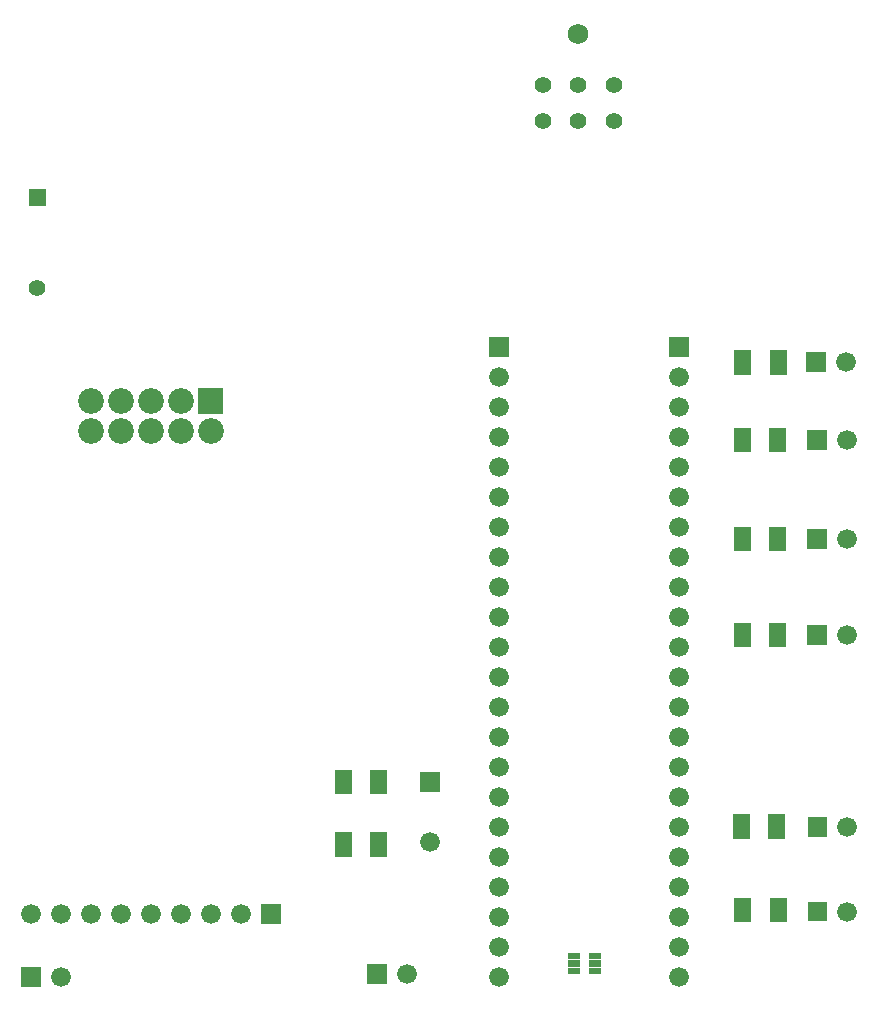
<source format=gbr>
G04 start of page 6 for group -4062 idx -4062 *
G04 Title: (unknown), soldermask *
G04 Creator: pcb 20110918 *
G04 CreationDate: Sun 04 May 2014 08:11:11 PM GMT UTC *
G04 For: zach *
G04 Format: Gerber/RS-274X *
G04 PCB-Dimensions: 295500 350000 *
G04 PCB-Coordinate-Origin: lower left *
%MOIN*%
%FSLAX25Y25*%
%LNBOTTOMMASK*%
%ADD72R,0.0210X0.0210*%
%ADD71R,0.0572X0.0572*%
%ADD70C,0.0860*%
%ADD69C,0.0690*%
%ADD68C,0.0560*%
%ADD67C,0.0660*%
%ADD66C,0.0001*%
G54D66*G36*
X89700Y44300D02*Y37700D01*
X96300D01*
Y44300D01*
X89700D01*
G37*
G54D67*X83000Y41000D03*
X73000D03*
X63000D03*
X53000D03*
X43000D03*
X33000D03*
X23000D03*
X13000D03*
G54D66*G36*
X9700Y23300D02*Y16700D01*
X16300D01*
Y23300D01*
X9700D01*
G37*
G54D67*X23000Y20000D03*
G54D66*G36*
X125200Y24300D02*Y17700D01*
X131800D01*
Y24300D01*
X125200D01*
G37*
G54D67*X138500Y21000D03*
G54D68*X207355Y317292D03*
X195555D03*
G54D69*Y334292D03*
G54D68*X183755Y317292D03*
X207355Y305492D03*
X183755D03*
X195555D03*
G54D66*G36*
X12384Y282584D02*Y276984D01*
X17984D01*
Y282584D01*
X12384D01*
G37*
G36*
X271500Y228200D02*Y221600D01*
X278100D01*
Y228200D01*
X271500D01*
G37*
G54D67*X284800Y224900D03*
G54D66*G36*
X225700Y233300D02*Y226700D01*
X232300D01*
Y233300D01*
X225700D01*
G37*
G54D67*X229000Y220000D03*
G54D66*G36*
X271700Y202300D02*Y195700D01*
X278300D01*
Y202300D01*
X271700D01*
G37*
G36*
Y137300D02*Y130700D01*
X278300D01*
Y137300D01*
X271700D01*
G37*
G36*
X271892Y73296D02*Y66696D01*
X278492D01*
Y73296D01*
X271892D01*
G37*
G36*
Y45129D02*Y38529D01*
X278492D01*
Y45129D01*
X271892D01*
G37*
G54D67*X285000Y199000D03*
Y134000D03*
X285192Y69996D03*
Y41829D03*
G54D66*G36*
X271700Y169300D02*Y162700D01*
X278300D01*
Y169300D01*
X271700D01*
G37*
G54D67*X285000Y166000D03*
X229000Y180000D03*
Y170000D03*
Y160000D03*
Y150000D03*
Y140000D03*
Y130000D03*
Y120000D03*
Y110000D03*
Y100000D03*
Y90000D03*
Y80000D03*
Y70000D03*
Y60000D03*
Y50000D03*
Y40000D03*
Y30000D03*
Y20000D03*
Y210000D03*
Y200000D03*
Y190000D03*
G54D66*G36*
X165700Y233300D02*Y226700D01*
X172300D01*
Y233300D01*
X165700D01*
G37*
G54D67*X169000Y220000D03*
Y210000D03*
Y200000D03*
G54D66*G36*
X68600Y216200D02*Y207600D01*
X77200D01*
Y216200D01*
X68600D01*
G37*
G54D70*X72900Y201900D03*
X62900D03*
X52900D03*
X42900D03*
X32900D03*
X62900Y211900D03*
X52900D03*
X42900D03*
X32900D03*
G54D68*X15184Y249784D03*
G54D67*X169000Y190000D03*
Y180000D03*
Y170000D03*
Y160000D03*
Y150000D03*
Y140000D03*
Y130000D03*
Y120000D03*
Y110000D03*
Y100000D03*
Y90000D03*
Y80000D03*
Y70000D03*
G54D66*G36*
X142700Y88300D02*Y81700D01*
X149300D01*
Y88300D01*
X142700D01*
G37*
G54D67*X146000Y65000D03*
X169000Y60000D03*
Y50000D03*
Y40000D03*
Y30000D03*
Y20000D03*
G54D71*X117190Y86181D02*Y83819D01*
X129000Y86181D02*Y83819D01*
X128900Y65381D02*Y63019D01*
X117090Y65381D02*Y63019D01*
G54D72*X193000Y21900D02*X195000D01*
X193000Y24500D02*X195000D01*
X193000Y27000D02*X195000D01*
X200000D02*X202000D01*
X200000Y24500D02*X202000D01*
X200000Y21900D02*X202000D01*
G54D71*X261905Y135181D02*Y132819D01*
Y167181D02*Y164819D01*
X261642Y71345D02*Y68983D01*
X250095Y135181D02*Y132819D01*
Y167181D02*Y164819D01*
X262000Y200181D02*Y197819D01*
X250190Y200181D02*Y197819D01*
X250295Y225981D02*Y223619D01*
X262105Y225981D02*Y223619D01*
X249832Y71345D02*Y68983D01*
X262103Y43514D02*Y41152D01*
X250293Y43514D02*Y41152D01*
M02*

</source>
